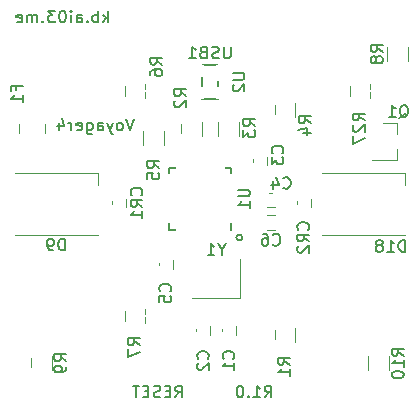
<source format=gbo>
%TF.GenerationSoftware,KiCad,Pcbnew,(5.0.0)*%
%TF.CreationDate,2019-01-27T02:24:25-08:00*%
%TF.ProjectId,Voyager4,566F7961676572342E6B696361645F70,rev?*%
%TF.SameCoordinates,Original*%
%TF.FileFunction,Legend,Bot*%
%TF.FilePolarity,Positive*%
%FSLAX46Y46*%
G04 Gerber Fmt 4.6, Leading zero omitted, Abs format (unit mm)*
G04 Created by KiCad (PCBNEW (5.0.0)) date 01/27/19 02:24:25*
%MOMM*%
%LPD*%
G01*
G04 APERTURE LIST*
%ADD10C,0.150000*%
%ADD11C,0.200000*%
%ADD12C,0.120000*%
%ADD13C,2.650000*%
%ADD14C,2.650000*%
%ADD15C,4.387800*%
%ADD16C,2.305000*%
%ADD17R,2.305000X2.305000*%
%ADD18C,2.150000*%
%ADD19R,1.150000X1.200000*%
%ADD20R,1.200000X1.150000*%
%ADD21R,2.000000X1.400000*%
%ADD22R,2.430000X1.540000*%
%ADD23R,1.300000X1.200000*%
%ADD24R,1.700000X1.100000*%
%ADD25R,2.125000X2.125000*%
%ADD26R,1.100000X0.650000*%
%ADD27R,0.650000X1.100000*%
%ADD28R,1.100000X1.000000*%
%ADD29R,1.100000X1.400000*%
%ADD30O,1.400000X2.000000*%
%ADD31O,1.400000X2.500000*%
%ADD32C,1.050000*%
%ADD33R,0.700000X1.850000*%
%ADD34R,1.000000X1.850000*%
%ADD35R,1.800000X1.600000*%
%ADD36R,1.900000X1.900000*%
G04 APERTURE END LIST*
D10*
X61832714Y-41997380D02*
X61499380Y-42997380D01*
X61166047Y-41997380D01*
X60689857Y-42997380D02*
X60785095Y-42949761D01*
X60832714Y-42902142D01*
X60880333Y-42806904D01*
X60880333Y-42521190D01*
X60832714Y-42425952D01*
X60785095Y-42378333D01*
X60689857Y-42330714D01*
X60547000Y-42330714D01*
X60451761Y-42378333D01*
X60404142Y-42425952D01*
X60356523Y-42521190D01*
X60356523Y-42806904D01*
X60404142Y-42902142D01*
X60451761Y-42949761D01*
X60547000Y-42997380D01*
X60689857Y-42997380D01*
X60023190Y-42330714D02*
X59785095Y-42997380D01*
X59547000Y-42330714D02*
X59785095Y-42997380D01*
X59880333Y-43235476D01*
X59927952Y-43283095D01*
X60023190Y-43330714D01*
X58737476Y-42997380D02*
X58737476Y-42473571D01*
X58785095Y-42378333D01*
X58880333Y-42330714D01*
X59070809Y-42330714D01*
X59166047Y-42378333D01*
X58737476Y-42949761D02*
X58832714Y-42997380D01*
X59070809Y-42997380D01*
X59166047Y-42949761D01*
X59213666Y-42854523D01*
X59213666Y-42759285D01*
X59166047Y-42664047D01*
X59070809Y-42616428D01*
X58832714Y-42616428D01*
X58737476Y-42568809D01*
X57832714Y-42330714D02*
X57832714Y-43140238D01*
X57880333Y-43235476D01*
X57927952Y-43283095D01*
X58023190Y-43330714D01*
X58166047Y-43330714D01*
X58261285Y-43283095D01*
X57832714Y-42949761D02*
X57927952Y-42997380D01*
X58118428Y-42997380D01*
X58213666Y-42949761D01*
X58261285Y-42902142D01*
X58308904Y-42806904D01*
X58308904Y-42521190D01*
X58261285Y-42425952D01*
X58213666Y-42378333D01*
X58118428Y-42330714D01*
X57927952Y-42330714D01*
X57832714Y-42378333D01*
X56975571Y-42949761D02*
X57070809Y-42997380D01*
X57261285Y-42997380D01*
X57356523Y-42949761D01*
X57404142Y-42854523D01*
X57404142Y-42473571D01*
X57356523Y-42378333D01*
X57261285Y-42330714D01*
X57070809Y-42330714D01*
X56975571Y-42378333D01*
X56927952Y-42473571D01*
X56927952Y-42568809D01*
X57404142Y-42664047D01*
X56499380Y-42997380D02*
X56499380Y-42330714D01*
X56499380Y-42521190D02*
X56451761Y-42425952D01*
X56404142Y-42378333D01*
X56308904Y-42330714D01*
X56213666Y-42330714D01*
X55451761Y-42330714D02*
X55451761Y-42997380D01*
X55689857Y-41949761D02*
X55927952Y-42664047D01*
X55308904Y-42664047D01*
X72889952Y-65603380D02*
X73223285Y-65127190D01*
X73461380Y-65603380D02*
X73461380Y-64603380D01*
X73080428Y-64603380D01*
X72985190Y-64651000D01*
X72937571Y-64698619D01*
X72889952Y-64793857D01*
X72889952Y-64936714D01*
X72937571Y-65031952D01*
X72985190Y-65079571D01*
X73080428Y-65127190D01*
X73461380Y-65127190D01*
X71937571Y-65603380D02*
X72509000Y-65603380D01*
X72223285Y-65603380D02*
X72223285Y-64603380D01*
X72318523Y-64746238D01*
X72413761Y-64841476D01*
X72509000Y-64889095D01*
X71509000Y-65508142D02*
X71461380Y-65555761D01*
X71509000Y-65603380D01*
X71556619Y-65555761D01*
X71509000Y-65508142D01*
X71509000Y-65603380D01*
X70842333Y-64603380D02*
X70747095Y-64603380D01*
X70651857Y-64651000D01*
X70604238Y-64698619D01*
X70556619Y-64793857D01*
X70509000Y-64984333D01*
X70509000Y-65222428D01*
X70556619Y-65412904D01*
X70604238Y-65508142D01*
X70651857Y-65555761D01*
X70747095Y-65603380D01*
X70842333Y-65603380D01*
X70937571Y-65555761D01*
X70985190Y-65508142D01*
X71032809Y-65412904D01*
X71080428Y-65222428D01*
X71080428Y-64984333D01*
X71032809Y-64793857D01*
X70985190Y-64698619D01*
X70937571Y-64651000D01*
X70842333Y-64603380D01*
X59586333Y-33853380D02*
X59586333Y-32853380D01*
X59491095Y-33472428D02*
X59205380Y-33853380D01*
X59205380Y-33186714D02*
X59586333Y-33567666D01*
X58776809Y-33853380D02*
X58776809Y-32853380D01*
X58776809Y-33234333D02*
X58681571Y-33186714D01*
X58491095Y-33186714D01*
X58395857Y-33234333D01*
X58348238Y-33281952D01*
X58300619Y-33377190D01*
X58300619Y-33662904D01*
X58348238Y-33758142D01*
X58395857Y-33805761D01*
X58491095Y-33853380D01*
X58681571Y-33853380D01*
X58776809Y-33805761D01*
X57872047Y-33758142D02*
X57824428Y-33805761D01*
X57872047Y-33853380D01*
X57919666Y-33805761D01*
X57872047Y-33758142D01*
X57872047Y-33853380D01*
X56967285Y-33853380D02*
X56967285Y-33329571D01*
X57014904Y-33234333D01*
X57110142Y-33186714D01*
X57300619Y-33186714D01*
X57395857Y-33234333D01*
X56967285Y-33805761D02*
X57062523Y-33853380D01*
X57300619Y-33853380D01*
X57395857Y-33805761D01*
X57443476Y-33710523D01*
X57443476Y-33615285D01*
X57395857Y-33520047D01*
X57300619Y-33472428D01*
X57062523Y-33472428D01*
X56967285Y-33424809D01*
X56491095Y-33853380D02*
X56491095Y-33186714D01*
X56491095Y-32853380D02*
X56538714Y-32901000D01*
X56491095Y-32948619D01*
X56443476Y-32901000D01*
X56491095Y-32853380D01*
X56491095Y-32948619D01*
X55824428Y-32853380D02*
X55729190Y-32853380D01*
X55633952Y-32901000D01*
X55586333Y-32948619D01*
X55538714Y-33043857D01*
X55491095Y-33234333D01*
X55491095Y-33472428D01*
X55538714Y-33662904D01*
X55586333Y-33758142D01*
X55633952Y-33805761D01*
X55729190Y-33853380D01*
X55824428Y-33853380D01*
X55919666Y-33805761D01*
X55967285Y-33758142D01*
X56014904Y-33662904D01*
X56062523Y-33472428D01*
X56062523Y-33234333D01*
X56014904Y-33043857D01*
X55967285Y-32948619D01*
X55919666Y-32901000D01*
X55824428Y-32853380D01*
X55157761Y-32853380D02*
X54538714Y-32853380D01*
X54872047Y-33234333D01*
X54729190Y-33234333D01*
X54633952Y-33281952D01*
X54586333Y-33329571D01*
X54538714Y-33424809D01*
X54538714Y-33662904D01*
X54586333Y-33758142D01*
X54633952Y-33805761D01*
X54729190Y-33853380D01*
X55014904Y-33853380D01*
X55110142Y-33805761D01*
X55157761Y-33758142D01*
X54110142Y-33758142D02*
X54062523Y-33805761D01*
X54110142Y-33853380D01*
X54157761Y-33805761D01*
X54110142Y-33758142D01*
X54110142Y-33853380D01*
X53633952Y-33853380D02*
X53633952Y-33186714D01*
X53633952Y-33281952D02*
X53586333Y-33234333D01*
X53491095Y-33186714D01*
X53348238Y-33186714D01*
X53253000Y-33234333D01*
X53205380Y-33329571D01*
X53205380Y-33853380D01*
X53205380Y-33329571D02*
X53157761Y-33234333D01*
X53062523Y-33186714D01*
X52919666Y-33186714D01*
X52824428Y-33234333D01*
X52776809Y-33329571D01*
X52776809Y-33853380D01*
X51919666Y-33805761D02*
X52014904Y-33853380D01*
X52205380Y-33853380D01*
X52300619Y-33805761D01*
X52348238Y-33710523D01*
X52348238Y-33329571D01*
X52300619Y-33234333D01*
X52205380Y-33186714D01*
X52014904Y-33186714D01*
X51919666Y-33234333D01*
X51872047Y-33329571D01*
X51872047Y-33424809D01*
X52348238Y-33520047D01*
X65333380Y-65603380D02*
X65666714Y-65127190D01*
X65904809Y-65603380D02*
X65904809Y-64603380D01*
X65523857Y-64603380D01*
X65428619Y-64651000D01*
X65381000Y-64698619D01*
X65333380Y-64793857D01*
X65333380Y-64936714D01*
X65381000Y-65031952D01*
X65428619Y-65079571D01*
X65523857Y-65127190D01*
X65904809Y-65127190D01*
X64904809Y-65079571D02*
X64571476Y-65079571D01*
X64428619Y-65603380D02*
X64904809Y-65603380D01*
X64904809Y-64603380D01*
X64428619Y-64603380D01*
X64047666Y-65555761D02*
X63904809Y-65603380D01*
X63666714Y-65603380D01*
X63571476Y-65555761D01*
X63523857Y-65508142D01*
X63476238Y-65412904D01*
X63476238Y-65317666D01*
X63523857Y-65222428D01*
X63571476Y-65174809D01*
X63666714Y-65127190D01*
X63857190Y-65079571D01*
X63952428Y-65031952D01*
X64000047Y-64984333D01*
X64047666Y-64889095D01*
X64047666Y-64793857D01*
X64000047Y-64698619D01*
X63952428Y-64651000D01*
X63857190Y-64603380D01*
X63619095Y-64603380D01*
X63476238Y-64651000D01*
X63047666Y-65079571D02*
X62714333Y-65079571D01*
X62571476Y-65603380D02*
X63047666Y-65603380D01*
X63047666Y-64603380D01*
X62571476Y-64603380D01*
X62285761Y-64603380D02*
X61714333Y-64603380D01*
X62000047Y-65603380D02*
X62000047Y-64603380D01*
D11*
X70993000Y-52070000D02*
G75*
G03X70993000Y-52070000I-254000J0D01*
G01*
D12*
X69250000Y-59594000D02*
X69250000Y-60294000D01*
X70450000Y-60294000D02*
X70450000Y-59594000D01*
X68291000Y-60294000D02*
X68291000Y-59594000D01*
X67091000Y-59594000D02*
X67091000Y-60294000D01*
X71917000Y-45243000D02*
X71917000Y-45943000D01*
X73117000Y-45943000D02*
X73117000Y-45243000D01*
X73056000Y-49495000D02*
X73756000Y-49495000D01*
X73756000Y-48295000D02*
X73056000Y-48295000D01*
X65116000Y-54706000D02*
X65116000Y-54006000D01*
X63916000Y-54006000D02*
X63916000Y-54706000D01*
X73056000Y-51400000D02*
X73756000Y-51400000D01*
X73756000Y-50200000D02*
X73056000Y-50200000D01*
X61179000Y-49499000D02*
X61179000Y-48799000D01*
X59979000Y-48799000D02*
X59979000Y-49499000D01*
X75600000Y-48799000D02*
X75600000Y-49499000D01*
X76800000Y-49499000D02*
X76800000Y-48799000D01*
X58745000Y-46612500D02*
X58745000Y-47612500D01*
X51745000Y-46612500D02*
X58745000Y-46612500D01*
X51745000Y-51812500D02*
X58745000Y-51812500D01*
X77780000Y-51812500D02*
X84780000Y-51812500D01*
X77780000Y-46612500D02*
X84780000Y-46612500D01*
X84780000Y-46612500D02*
X84780000Y-47612500D01*
X54251250Y-43862500D02*
X54251250Y-41862500D01*
X52111250Y-41862500D02*
X52111250Y-43862500D01*
X84103750Y-42362000D02*
X82643750Y-42362000D01*
X84103750Y-45522000D02*
X81943750Y-45522000D01*
X84103750Y-45522000D02*
X84103750Y-44592000D01*
X84103750Y-42362000D02*
X84103750Y-43292000D01*
X73732500Y-59725000D02*
X73732500Y-60925000D01*
X75492500Y-60925000D02*
X75492500Y-59725000D01*
X67555000Y-43462500D02*
X67555000Y-42262500D01*
X65795000Y-42262500D02*
X65795000Y-43462500D01*
X68970000Y-42262500D02*
X68970000Y-43462500D01*
X70730000Y-43462500D02*
X70730000Y-42262500D01*
X73732500Y-40675000D02*
X73732500Y-41875000D01*
X75492500Y-41875000D02*
X75492500Y-40675000D01*
X64380000Y-44256250D02*
X64380000Y-43056250D01*
X62620000Y-43056250D02*
X62620000Y-44256250D01*
X62792500Y-40287500D02*
X62792500Y-39087500D01*
X61032500Y-39087500D02*
X61032500Y-40287500D01*
X61032500Y-58137500D02*
X61032500Y-59337500D01*
X62792500Y-59337500D02*
X62792500Y-58137500D01*
X85017500Y-37112500D02*
X85017500Y-35912500D01*
X83257500Y-35912500D02*
X83257500Y-37112500D01*
X53095000Y-62106250D02*
X53095000Y-63306250D01*
X54855000Y-63306250D02*
X54855000Y-62106250D01*
X81670000Y-62106250D02*
X81670000Y-63306250D01*
X83430000Y-63306250D02*
X83430000Y-62106250D01*
X81842500Y-40287500D02*
X81842500Y-39087500D01*
X80082500Y-39087500D02*
X80082500Y-40287500D01*
D10*
X70062000Y-46143000D02*
X70062000Y-46668000D01*
X64812000Y-46143000D02*
X64812000Y-46668000D01*
X64812000Y-51393000D02*
X64812000Y-50868000D01*
X70062000Y-51393000D02*
X70062000Y-50868000D01*
X64812000Y-46143000D02*
X65337000Y-46143000D01*
X64812000Y-51393000D02*
X65337000Y-51393000D01*
X70062000Y-46143000D02*
X69537000Y-46143000D01*
X68912500Y-40343750D02*
X67612500Y-40343750D01*
X68912500Y-37443750D02*
X68912500Y-40343750D01*
X67612500Y-37443750D02*
X68912500Y-37443750D01*
X67612500Y-37443750D02*
X67612500Y-40343750D01*
D12*
X70770500Y-57212500D02*
X66770500Y-57212500D01*
X70770500Y-53912500D02*
X70770500Y-57212500D01*
D10*
X70231142Y-62317333D02*
X70278761Y-62269714D01*
X70326380Y-62126857D01*
X70326380Y-62031619D01*
X70278761Y-61888761D01*
X70183523Y-61793523D01*
X70088285Y-61745904D01*
X69897809Y-61698285D01*
X69754952Y-61698285D01*
X69564476Y-61745904D01*
X69469238Y-61793523D01*
X69374000Y-61888761D01*
X69326380Y-62031619D01*
X69326380Y-62126857D01*
X69374000Y-62269714D01*
X69421619Y-62317333D01*
X70326380Y-63269714D02*
X70326380Y-62698285D01*
X70326380Y-62984000D02*
X69326380Y-62984000D01*
X69469238Y-62888761D01*
X69564476Y-62793523D01*
X69612095Y-62698285D01*
X68072142Y-62317333D02*
X68119761Y-62269714D01*
X68167380Y-62126857D01*
X68167380Y-62031619D01*
X68119761Y-61888761D01*
X68024523Y-61793523D01*
X67929285Y-61745904D01*
X67738809Y-61698285D01*
X67595952Y-61698285D01*
X67405476Y-61745904D01*
X67310238Y-61793523D01*
X67215000Y-61888761D01*
X67167380Y-62031619D01*
X67167380Y-62126857D01*
X67215000Y-62269714D01*
X67262619Y-62317333D01*
X67262619Y-62698285D02*
X67215000Y-62745904D01*
X67167380Y-62841142D01*
X67167380Y-63079238D01*
X67215000Y-63174476D01*
X67262619Y-63222095D01*
X67357857Y-63269714D01*
X67453095Y-63269714D01*
X67595952Y-63222095D01*
X68167380Y-62650666D01*
X68167380Y-63269714D01*
X74374142Y-44918333D02*
X74421761Y-44870714D01*
X74469380Y-44727857D01*
X74469380Y-44632619D01*
X74421761Y-44489761D01*
X74326523Y-44394523D01*
X74231285Y-44346904D01*
X74040809Y-44299285D01*
X73897952Y-44299285D01*
X73707476Y-44346904D01*
X73612238Y-44394523D01*
X73517000Y-44489761D01*
X73469380Y-44632619D01*
X73469380Y-44727857D01*
X73517000Y-44870714D01*
X73564619Y-44918333D01*
X73469380Y-45251666D02*
X73469380Y-45870714D01*
X73850333Y-45537380D01*
X73850333Y-45680238D01*
X73897952Y-45775476D01*
X73945571Y-45823095D01*
X74040809Y-45870714D01*
X74278904Y-45870714D01*
X74374142Y-45823095D01*
X74421761Y-45775476D01*
X74469380Y-45680238D01*
X74469380Y-45394523D01*
X74421761Y-45299285D01*
X74374142Y-45251666D01*
X74461666Y-47855142D02*
X74509285Y-47902761D01*
X74652142Y-47950380D01*
X74747380Y-47950380D01*
X74890238Y-47902761D01*
X74985476Y-47807523D01*
X75033095Y-47712285D01*
X75080714Y-47521809D01*
X75080714Y-47378952D01*
X75033095Y-47188476D01*
X74985476Y-47093238D01*
X74890238Y-46998000D01*
X74747380Y-46950380D01*
X74652142Y-46950380D01*
X74509285Y-46998000D01*
X74461666Y-47045619D01*
X73604523Y-47283714D02*
X73604523Y-47950380D01*
X73842619Y-46902761D02*
X74080714Y-47617047D01*
X73461666Y-47617047D01*
X64873142Y-56602333D02*
X64920761Y-56554714D01*
X64968380Y-56411857D01*
X64968380Y-56316619D01*
X64920761Y-56173761D01*
X64825523Y-56078523D01*
X64730285Y-56030904D01*
X64539809Y-55983285D01*
X64396952Y-55983285D01*
X64206476Y-56030904D01*
X64111238Y-56078523D01*
X64016000Y-56173761D01*
X63968380Y-56316619D01*
X63968380Y-56411857D01*
X64016000Y-56554714D01*
X64063619Y-56602333D01*
X63968380Y-57507095D02*
X63968380Y-57030904D01*
X64444571Y-56983285D01*
X64396952Y-57030904D01*
X64349333Y-57126142D01*
X64349333Y-57364238D01*
X64396952Y-57459476D01*
X64444571Y-57507095D01*
X64539809Y-57554714D01*
X64777904Y-57554714D01*
X64873142Y-57507095D01*
X64920761Y-57459476D01*
X64968380Y-57364238D01*
X64968380Y-57126142D01*
X64920761Y-57030904D01*
X64873142Y-56983285D01*
X73572666Y-52657142D02*
X73620285Y-52704761D01*
X73763142Y-52752380D01*
X73858380Y-52752380D01*
X74001238Y-52704761D01*
X74096476Y-52609523D01*
X74144095Y-52514285D01*
X74191714Y-52323809D01*
X74191714Y-52180952D01*
X74144095Y-51990476D01*
X74096476Y-51895238D01*
X74001238Y-51800000D01*
X73858380Y-51752380D01*
X73763142Y-51752380D01*
X73620285Y-51800000D01*
X73572666Y-51847619D01*
X72715523Y-51752380D02*
X72906000Y-51752380D01*
X73001238Y-51800000D01*
X73048857Y-51847619D01*
X73144095Y-51990476D01*
X73191714Y-52180952D01*
X73191714Y-52561904D01*
X73144095Y-52657142D01*
X73096476Y-52704761D01*
X73001238Y-52752380D01*
X72810761Y-52752380D01*
X72715523Y-52704761D01*
X72667904Y-52657142D01*
X72620285Y-52561904D01*
X72620285Y-52323809D01*
X72667904Y-52228571D01*
X72715523Y-52180952D01*
X72810761Y-52133333D01*
X73001238Y-52133333D01*
X73096476Y-52180952D01*
X73144095Y-52228571D01*
X73191714Y-52323809D01*
X62436142Y-48482333D02*
X62483761Y-48434714D01*
X62531380Y-48291857D01*
X62531380Y-48196619D01*
X62483761Y-48053761D01*
X62388523Y-47958523D01*
X62293285Y-47910904D01*
X62102809Y-47863285D01*
X61959952Y-47863285D01*
X61769476Y-47910904D01*
X61674238Y-47958523D01*
X61579000Y-48053761D01*
X61531380Y-48196619D01*
X61531380Y-48291857D01*
X61579000Y-48434714D01*
X61626619Y-48482333D01*
X62531380Y-49482333D02*
X62055190Y-49149000D01*
X62531380Y-48910904D02*
X61531380Y-48910904D01*
X61531380Y-49291857D01*
X61579000Y-49387095D01*
X61626619Y-49434714D01*
X61721857Y-49482333D01*
X61864714Y-49482333D01*
X61959952Y-49434714D01*
X62007571Y-49387095D01*
X62055190Y-49291857D01*
X62055190Y-48910904D01*
X62531380Y-50434714D02*
X62531380Y-49863285D01*
X62531380Y-50149000D02*
X61531380Y-50149000D01*
X61674238Y-50053761D01*
X61769476Y-49958523D01*
X61817095Y-49863285D01*
X76557142Y-51403333D02*
X76604761Y-51355714D01*
X76652380Y-51212857D01*
X76652380Y-51117619D01*
X76604761Y-50974761D01*
X76509523Y-50879523D01*
X76414285Y-50831904D01*
X76223809Y-50784285D01*
X76080952Y-50784285D01*
X75890476Y-50831904D01*
X75795238Y-50879523D01*
X75700000Y-50974761D01*
X75652380Y-51117619D01*
X75652380Y-51212857D01*
X75700000Y-51355714D01*
X75747619Y-51403333D01*
X76652380Y-52403333D02*
X76176190Y-52070000D01*
X76652380Y-51831904D02*
X75652380Y-51831904D01*
X75652380Y-52212857D01*
X75700000Y-52308095D01*
X75747619Y-52355714D01*
X75842857Y-52403333D01*
X75985714Y-52403333D01*
X76080952Y-52355714D01*
X76128571Y-52308095D01*
X76176190Y-52212857D01*
X76176190Y-51831904D01*
X75747619Y-52784285D02*
X75700000Y-52831904D01*
X75652380Y-52927142D01*
X75652380Y-53165238D01*
X75700000Y-53260476D01*
X75747619Y-53308095D01*
X75842857Y-53355714D01*
X75938095Y-53355714D01*
X76080952Y-53308095D01*
X76652380Y-52736666D01*
X76652380Y-53355714D01*
X55983095Y-53164880D02*
X55983095Y-52164880D01*
X55745000Y-52164880D01*
X55602142Y-52212500D01*
X55506904Y-52307738D01*
X55459285Y-52402976D01*
X55411666Y-52593452D01*
X55411666Y-52736309D01*
X55459285Y-52926785D01*
X55506904Y-53022023D01*
X55602142Y-53117261D01*
X55745000Y-53164880D01*
X55983095Y-53164880D01*
X54935476Y-53164880D02*
X54745000Y-53164880D01*
X54649761Y-53117261D01*
X54602142Y-53069642D01*
X54506904Y-52926785D01*
X54459285Y-52736309D01*
X54459285Y-52355357D01*
X54506904Y-52260119D01*
X54554523Y-52212500D01*
X54649761Y-52164880D01*
X54840238Y-52164880D01*
X54935476Y-52212500D01*
X54983095Y-52260119D01*
X55030714Y-52355357D01*
X55030714Y-52593452D01*
X54983095Y-52688690D01*
X54935476Y-52736309D01*
X54840238Y-52783928D01*
X54649761Y-52783928D01*
X54554523Y-52736309D01*
X54506904Y-52688690D01*
X54459285Y-52593452D01*
X84780285Y-53284380D02*
X84780285Y-52284380D01*
X84542190Y-52284380D01*
X84399333Y-52332000D01*
X84304095Y-52427238D01*
X84256476Y-52522476D01*
X84208857Y-52712952D01*
X84208857Y-52855809D01*
X84256476Y-53046285D01*
X84304095Y-53141523D01*
X84399333Y-53236761D01*
X84542190Y-53284380D01*
X84780285Y-53284380D01*
X83256476Y-53284380D02*
X83827904Y-53284380D01*
X83542190Y-53284380D02*
X83542190Y-52284380D01*
X83637428Y-52427238D01*
X83732666Y-52522476D01*
X83827904Y-52570095D01*
X82685047Y-52712952D02*
X82780285Y-52665333D01*
X82827904Y-52617714D01*
X82875523Y-52522476D01*
X82875523Y-52474857D01*
X82827904Y-52379619D01*
X82780285Y-52332000D01*
X82685047Y-52284380D01*
X82494571Y-52284380D01*
X82399333Y-52332000D01*
X82351714Y-52379619D01*
X82304095Y-52474857D01*
X82304095Y-52522476D01*
X82351714Y-52617714D01*
X82399333Y-52665333D01*
X82494571Y-52712952D01*
X82685047Y-52712952D01*
X82780285Y-52760571D01*
X82827904Y-52808190D01*
X82875523Y-52903428D01*
X82875523Y-53093904D01*
X82827904Y-53189142D01*
X82780285Y-53236761D01*
X82685047Y-53284380D01*
X82494571Y-53284380D01*
X82399333Y-53236761D01*
X82351714Y-53189142D01*
X82304095Y-53093904D01*
X82304095Y-52903428D01*
X82351714Y-52808190D01*
X82399333Y-52760571D01*
X82494571Y-52712952D01*
X51871571Y-39544666D02*
X51871571Y-39211333D01*
X52395380Y-39211333D02*
X51395380Y-39211333D01*
X51395380Y-39687523D01*
X52395380Y-40592285D02*
X52395380Y-40020857D01*
X52395380Y-40306571D02*
X51395380Y-40306571D01*
X51538238Y-40211333D01*
X51633476Y-40116095D01*
X51681095Y-40020857D01*
X84296238Y-41949619D02*
X84391476Y-41902000D01*
X84486714Y-41806761D01*
X84629571Y-41663904D01*
X84724809Y-41616285D01*
X84820047Y-41616285D01*
X84772428Y-41854380D02*
X84867666Y-41806761D01*
X84962904Y-41711523D01*
X85010523Y-41521047D01*
X85010523Y-41187714D01*
X84962904Y-40997238D01*
X84867666Y-40902000D01*
X84772428Y-40854380D01*
X84581952Y-40854380D01*
X84486714Y-40902000D01*
X84391476Y-40997238D01*
X84343857Y-41187714D01*
X84343857Y-41521047D01*
X84391476Y-41711523D01*
X84486714Y-41806761D01*
X84581952Y-41854380D01*
X84772428Y-41854380D01*
X83391476Y-41854380D02*
X83962904Y-41854380D01*
X83677190Y-41854380D02*
X83677190Y-40854380D01*
X83772428Y-40997238D01*
X83867666Y-41092476D01*
X83962904Y-41140095D01*
X75001380Y-62825333D02*
X74525190Y-62492000D01*
X75001380Y-62253904D02*
X74001380Y-62253904D01*
X74001380Y-62634857D01*
X74049000Y-62730095D01*
X74096619Y-62777714D01*
X74191857Y-62825333D01*
X74334714Y-62825333D01*
X74429952Y-62777714D01*
X74477571Y-62730095D01*
X74525190Y-62634857D01*
X74525190Y-62253904D01*
X75001380Y-63777714D02*
X75001380Y-63206285D01*
X75001380Y-63492000D02*
X74001380Y-63492000D01*
X74144238Y-63396761D01*
X74239476Y-63301523D01*
X74287095Y-63206285D01*
X66238380Y-40092333D02*
X65762190Y-39759000D01*
X66238380Y-39520904D02*
X65238380Y-39520904D01*
X65238380Y-39901857D01*
X65286000Y-39997095D01*
X65333619Y-40044714D01*
X65428857Y-40092333D01*
X65571714Y-40092333D01*
X65666952Y-40044714D01*
X65714571Y-39997095D01*
X65762190Y-39901857D01*
X65762190Y-39520904D01*
X65333619Y-40473285D02*
X65286000Y-40520904D01*
X65238380Y-40616142D01*
X65238380Y-40854238D01*
X65286000Y-40949476D01*
X65333619Y-40997095D01*
X65428857Y-41044714D01*
X65524095Y-41044714D01*
X65666952Y-40997095D01*
X66238380Y-40425666D01*
X66238380Y-41044714D01*
X72080380Y-42632333D02*
X71604190Y-42299000D01*
X72080380Y-42060904D02*
X71080380Y-42060904D01*
X71080380Y-42441857D01*
X71128000Y-42537095D01*
X71175619Y-42584714D01*
X71270857Y-42632333D01*
X71413714Y-42632333D01*
X71508952Y-42584714D01*
X71556571Y-42537095D01*
X71604190Y-42441857D01*
X71604190Y-42060904D01*
X71080380Y-42965666D02*
X71080380Y-43584714D01*
X71461333Y-43251380D01*
X71461333Y-43394238D01*
X71508952Y-43489476D01*
X71556571Y-43537095D01*
X71651809Y-43584714D01*
X71889904Y-43584714D01*
X71985142Y-43537095D01*
X72032761Y-43489476D01*
X72080380Y-43394238D01*
X72080380Y-43108523D01*
X72032761Y-43013285D01*
X71985142Y-42965666D01*
X76779380Y-42378333D02*
X76303190Y-42045000D01*
X76779380Y-41806904D02*
X75779380Y-41806904D01*
X75779380Y-42187857D01*
X75827000Y-42283095D01*
X75874619Y-42330714D01*
X75969857Y-42378333D01*
X76112714Y-42378333D01*
X76207952Y-42330714D01*
X76255571Y-42283095D01*
X76303190Y-42187857D01*
X76303190Y-41806904D01*
X76112714Y-43235476D02*
X76779380Y-43235476D01*
X75731761Y-42997380D02*
X76446047Y-42759285D01*
X76446047Y-43378333D01*
X63952380Y-46188333D02*
X63476190Y-45855000D01*
X63952380Y-45616904D02*
X62952380Y-45616904D01*
X62952380Y-45997857D01*
X63000000Y-46093095D01*
X63047619Y-46140714D01*
X63142857Y-46188333D01*
X63285714Y-46188333D01*
X63380952Y-46140714D01*
X63428571Y-46093095D01*
X63476190Y-45997857D01*
X63476190Y-45616904D01*
X62952380Y-47093095D02*
X62952380Y-46616904D01*
X63428571Y-46569285D01*
X63380952Y-46616904D01*
X63333333Y-46712142D01*
X63333333Y-46950238D01*
X63380952Y-47045476D01*
X63428571Y-47093095D01*
X63523809Y-47140714D01*
X63761904Y-47140714D01*
X63857142Y-47093095D01*
X63904761Y-47045476D01*
X63952380Y-46950238D01*
X63952380Y-46712142D01*
X63904761Y-46616904D01*
X63857142Y-46569285D01*
X64206380Y-37425333D02*
X63730190Y-37092000D01*
X64206380Y-36853904D02*
X63206380Y-36853904D01*
X63206380Y-37234857D01*
X63254000Y-37330095D01*
X63301619Y-37377714D01*
X63396857Y-37425333D01*
X63539714Y-37425333D01*
X63634952Y-37377714D01*
X63682571Y-37330095D01*
X63730190Y-37234857D01*
X63730190Y-36853904D01*
X63206380Y-38282476D02*
X63206380Y-38092000D01*
X63254000Y-37996761D01*
X63301619Y-37949142D01*
X63444476Y-37853904D01*
X63634952Y-37806285D01*
X64015904Y-37806285D01*
X64111142Y-37853904D01*
X64158761Y-37901523D01*
X64206380Y-37996761D01*
X64206380Y-38187238D01*
X64158761Y-38282476D01*
X64111142Y-38330095D01*
X64015904Y-38377714D01*
X63777809Y-38377714D01*
X63682571Y-38330095D01*
X63634952Y-38282476D01*
X63587333Y-38187238D01*
X63587333Y-37996761D01*
X63634952Y-37901523D01*
X63682571Y-37853904D01*
X63777809Y-37806285D01*
X62301380Y-61174333D02*
X61825190Y-60841000D01*
X62301380Y-60602904D02*
X61301380Y-60602904D01*
X61301380Y-60983857D01*
X61349000Y-61079095D01*
X61396619Y-61126714D01*
X61491857Y-61174333D01*
X61634714Y-61174333D01*
X61729952Y-61126714D01*
X61777571Y-61079095D01*
X61825190Y-60983857D01*
X61825190Y-60602904D01*
X61301380Y-61507666D02*
X61301380Y-62174333D01*
X62301380Y-61745761D01*
X82875380Y-36345833D02*
X82399190Y-36012500D01*
X82875380Y-35774404D02*
X81875380Y-35774404D01*
X81875380Y-36155357D01*
X81923000Y-36250595D01*
X81970619Y-36298214D01*
X82065857Y-36345833D01*
X82208714Y-36345833D01*
X82303952Y-36298214D01*
X82351571Y-36250595D01*
X82399190Y-36155357D01*
X82399190Y-35774404D01*
X82303952Y-36917261D02*
X82256333Y-36822023D01*
X82208714Y-36774404D01*
X82113476Y-36726785D01*
X82065857Y-36726785D01*
X81970619Y-36774404D01*
X81923000Y-36822023D01*
X81875380Y-36917261D01*
X81875380Y-37107738D01*
X81923000Y-37202976D01*
X81970619Y-37250595D01*
X82065857Y-37298214D01*
X82113476Y-37298214D01*
X82208714Y-37250595D01*
X82256333Y-37202976D01*
X82303952Y-37107738D01*
X82303952Y-36917261D01*
X82351571Y-36822023D01*
X82399190Y-36774404D01*
X82494428Y-36726785D01*
X82684904Y-36726785D01*
X82780142Y-36774404D01*
X82827761Y-36822023D01*
X82875380Y-36917261D01*
X82875380Y-37107738D01*
X82827761Y-37202976D01*
X82780142Y-37250595D01*
X82684904Y-37298214D01*
X82494428Y-37298214D01*
X82399190Y-37250595D01*
X82351571Y-37202976D01*
X82303952Y-37107738D01*
X56077380Y-62539583D02*
X55601190Y-62206250D01*
X56077380Y-61968154D02*
X55077380Y-61968154D01*
X55077380Y-62349107D01*
X55125000Y-62444345D01*
X55172619Y-62491964D01*
X55267857Y-62539583D01*
X55410714Y-62539583D01*
X55505952Y-62491964D01*
X55553571Y-62444345D01*
X55601190Y-62349107D01*
X55601190Y-61968154D01*
X56077380Y-63015773D02*
X56077380Y-63206250D01*
X56029761Y-63301488D01*
X55982142Y-63349107D01*
X55839285Y-63444345D01*
X55648809Y-63491964D01*
X55267857Y-63491964D01*
X55172619Y-63444345D01*
X55125000Y-63396726D01*
X55077380Y-63301488D01*
X55077380Y-63111011D01*
X55125000Y-63015773D01*
X55172619Y-62968154D01*
X55267857Y-62920535D01*
X55505952Y-62920535D01*
X55601190Y-62968154D01*
X55648809Y-63015773D01*
X55696428Y-63111011D01*
X55696428Y-63301488D01*
X55648809Y-63396726D01*
X55601190Y-63444345D01*
X55505952Y-63491964D01*
X84652380Y-62063392D02*
X84176190Y-61730059D01*
X84652380Y-61491964D02*
X83652380Y-61491964D01*
X83652380Y-61872916D01*
X83700000Y-61968154D01*
X83747619Y-62015773D01*
X83842857Y-62063392D01*
X83985714Y-62063392D01*
X84080952Y-62015773D01*
X84128571Y-61968154D01*
X84176190Y-61872916D01*
X84176190Y-61491964D01*
X84652380Y-63015773D02*
X84652380Y-62444345D01*
X84652380Y-62730059D02*
X83652380Y-62730059D01*
X83795238Y-62634821D01*
X83890476Y-62539583D01*
X83938095Y-62444345D01*
X83652380Y-63634821D02*
X83652380Y-63730059D01*
X83700000Y-63825297D01*
X83747619Y-63872916D01*
X83842857Y-63920535D01*
X84033333Y-63968154D01*
X84271428Y-63968154D01*
X84461904Y-63920535D01*
X84557142Y-63872916D01*
X84604761Y-63825297D01*
X84652380Y-63730059D01*
X84652380Y-63634821D01*
X84604761Y-63539583D01*
X84557142Y-63491964D01*
X84461904Y-63444345D01*
X84271428Y-63396726D01*
X84033333Y-63396726D01*
X83842857Y-63444345D01*
X83747619Y-63491964D01*
X83700000Y-63539583D01*
X83652380Y-63634821D01*
X81351380Y-42156142D02*
X80875190Y-41822809D01*
X81351380Y-41584714D02*
X80351380Y-41584714D01*
X80351380Y-41965666D01*
X80399000Y-42060904D01*
X80446619Y-42108523D01*
X80541857Y-42156142D01*
X80684714Y-42156142D01*
X80779952Y-42108523D01*
X80827571Y-42060904D01*
X80875190Y-41965666D01*
X80875190Y-41584714D01*
X80446619Y-42537095D02*
X80399000Y-42584714D01*
X80351380Y-42679952D01*
X80351380Y-42918047D01*
X80399000Y-43013285D01*
X80446619Y-43060904D01*
X80541857Y-43108523D01*
X80637095Y-43108523D01*
X80779952Y-43060904D01*
X81351380Y-42489476D01*
X81351380Y-43108523D01*
X80351380Y-43441857D02*
X80351380Y-44108523D01*
X81351380Y-43679952D01*
X70639380Y-48006095D02*
X71448904Y-48006095D01*
X71544142Y-48053714D01*
X71591761Y-48101333D01*
X71639380Y-48196571D01*
X71639380Y-48387047D01*
X71591761Y-48482285D01*
X71544142Y-48529904D01*
X71448904Y-48577523D01*
X70639380Y-48577523D01*
X71639380Y-49577523D02*
X71639380Y-49006095D01*
X71639380Y-49291809D02*
X70639380Y-49291809D01*
X70782238Y-49196571D01*
X70877476Y-49101333D01*
X70925095Y-49006095D01*
X70164880Y-38131845D02*
X70974404Y-38131845D01*
X71069642Y-38179464D01*
X71117261Y-38227083D01*
X71164880Y-38322321D01*
X71164880Y-38512797D01*
X71117261Y-38608035D01*
X71069642Y-38655654D01*
X70974404Y-38703273D01*
X70164880Y-38703273D01*
X70260119Y-39131845D02*
X70212500Y-39179464D01*
X70164880Y-39274702D01*
X70164880Y-39512797D01*
X70212500Y-39608035D01*
X70260119Y-39655654D01*
X70355357Y-39703273D01*
X70450595Y-39703273D01*
X70593452Y-39655654D01*
X71164880Y-39084226D01*
X71164880Y-39703273D01*
X70000595Y-35901380D02*
X70000595Y-36710904D01*
X69952976Y-36806142D01*
X69905357Y-36853761D01*
X69810119Y-36901380D01*
X69619642Y-36901380D01*
X69524404Y-36853761D01*
X69476785Y-36806142D01*
X69429166Y-36710904D01*
X69429166Y-35901380D01*
X69000595Y-36853761D02*
X68857738Y-36901380D01*
X68619642Y-36901380D01*
X68524404Y-36853761D01*
X68476785Y-36806142D01*
X68429166Y-36710904D01*
X68429166Y-36615666D01*
X68476785Y-36520428D01*
X68524404Y-36472809D01*
X68619642Y-36425190D01*
X68810119Y-36377571D01*
X68905357Y-36329952D01*
X68952976Y-36282333D01*
X69000595Y-36187095D01*
X69000595Y-36091857D01*
X68952976Y-35996619D01*
X68905357Y-35949000D01*
X68810119Y-35901380D01*
X68572023Y-35901380D01*
X68429166Y-35949000D01*
X67667261Y-36377571D02*
X67524404Y-36425190D01*
X67476785Y-36472809D01*
X67429166Y-36568047D01*
X67429166Y-36710904D01*
X67476785Y-36806142D01*
X67524404Y-36853761D01*
X67619642Y-36901380D01*
X68000595Y-36901380D01*
X68000595Y-35901380D01*
X67667261Y-35901380D01*
X67572023Y-35949000D01*
X67524404Y-35996619D01*
X67476785Y-36091857D01*
X67476785Y-36187095D01*
X67524404Y-36282333D01*
X67572023Y-36329952D01*
X67667261Y-36377571D01*
X68000595Y-36377571D01*
X66476785Y-36901380D02*
X67048214Y-36901380D01*
X66762500Y-36901380D02*
X66762500Y-35901380D01*
X66857738Y-36044238D01*
X66952976Y-36139476D01*
X67048214Y-36187095D01*
X69246690Y-53088690D02*
X69246690Y-53564880D01*
X69580023Y-52564880D02*
X69246690Y-53088690D01*
X68913357Y-52564880D01*
X68056214Y-53564880D02*
X68627642Y-53564880D01*
X68341928Y-53564880D02*
X68341928Y-52564880D01*
X68437166Y-52707738D01*
X68532404Y-52802976D01*
X68627642Y-52850595D01*
%LPC*%
D13*
X61257500Y-53947500D03*
D14*
X61237500Y-54237500D02*
X61277500Y-53657500D01*
D13*
X61277500Y-53657500D03*
X55582501Y-55467500D03*
D14*
X54927500Y-56197500D02*
X56237502Y-54737500D01*
D15*
X58737500Y-58737500D03*
D13*
X56237500Y-54737500D03*
D16*
X57467500Y-63817500D03*
D17*
X60007500Y-63817500D03*
D18*
X53657500Y-58737500D03*
X63817500Y-58737500D03*
D19*
X69850000Y-59194000D03*
X69850000Y-60694000D03*
X67691000Y-60694000D03*
X67691000Y-59194000D03*
X72517000Y-44843000D03*
X72517000Y-46343000D03*
D20*
X72656000Y-48895000D03*
X74156000Y-48895000D03*
D19*
X64516000Y-55106000D03*
X64516000Y-53606000D03*
D20*
X72656000Y-50800000D03*
X74156000Y-50800000D03*
D19*
X60579000Y-49899000D03*
X60579000Y-48399000D03*
X76200000Y-48399000D03*
X76200000Y-49899000D03*
D21*
X52745000Y-50812500D03*
X52745000Y-47612500D03*
X57745000Y-50812500D03*
X57745000Y-47612500D03*
X83780000Y-47612500D03*
X83780000Y-50812500D03*
X78780000Y-47612500D03*
X78780000Y-50812500D03*
D22*
X53181250Y-41662500D03*
X53181250Y-44062500D03*
D13*
X61257500Y-34897500D03*
D14*
X61237500Y-35187500D02*
X61277500Y-34607500D01*
D13*
X61277500Y-34607500D03*
X55582501Y-36417500D03*
D14*
X54927500Y-37147500D02*
X56237502Y-35687500D01*
D15*
X58737500Y-39687500D03*
D13*
X56237500Y-35687500D03*
D16*
X57467500Y-44767500D03*
D17*
X60007500Y-44767500D03*
D18*
X53657500Y-39687500D03*
X63817500Y-39687500D03*
X82867500Y-39687500D03*
X72707500Y-39687500D03*
D17*
X79057500Y-44767500D03*
D16*
X76517500Y-44767500D03*
D13*
X75287500Y-35687500D03*
D15*
X77787500Y-39687500D03*
D13*
X74632501Y-36417500D03*
D14*
X73977500Y-37147500D02*
X75287502Y-35687500D01*
D13*
X80327500Y-34607500D03*
X80307500Y-34897500D03*
D14*
X80287500Y-35187500D02*
X80327500Y-34607500D01*
D13*
X80307500Y-53947500D03*
D14*
X80287500Y-54237500D02*
X80327500Y-53657500D01*
D13*
X80327500Y-53657500D03*
X74632501Y-55467500D03*
D14*
X73977500Y-56197500D02*
X75287502Y-54737500D01*
D15*
X77787500Y-58737500D03*
D13*
X75287500Y-54737500D03*
D16*
X76517500Y-63817500D03*
D17*
X79057500Y-63817500D03*
D18*
X72707500Y-58737500D03*
X82867500Y-58737500D03*
D23*
X84343750Y-43942000D03*
X82343750Y-42992000D03*
X82343750Y-44892000D03*
D24*
X74612500Y-61275000D03*
X74612500Y-59375000D03*
X66675000Y-41912500D03*
X66675000Y-43812500D03*
X69850000Y-43812500D03*
X69850000Y-41912500D03*
X74612500Y-42225000D03*
X74612500Y-40325000D03*
X63500000Y-42706250D03*
X63500000Y-44606250D03*
X61912500Y-38737500D03*
X61912500Y-40637500D03*
X61912500Y-59687500D03*
X61912500Y-57787500D03*
X84137500Y-35562500D03*
X84137500Y-37462500D03*
X53975000Y-63656250D03*
X53975000Y-61756250D03*
X82550000Y-63656250D03*
X82550000Y-61756250D03*
X80962500Y-38737500D03*
X80962500Y-40637500D03*
D25*
X68299500Y-49630500D03*
X66574500Y-49630500D03*
X68299500Y-47905500D03*
X66574500Y-47905500D03*
D26*
X69837000Y-50518000D03*
X69837000Y-50018000D03*
X69837000Y-49518000D03*
X69837000Y-49018000D03*
X69837000Y-48518000D03*
X69837000Y-48018000D03*
X69837000Y-47518000D03*
X69837000Y-47018000D03*
D27*
X69187000Y-46368000D03*
X68687000Y-46368000D03*
X68187000Y-46368000D03*
X67687000Y-46368000D03*
X67187000Y-46368000D03*
X66687000Y-46368000D03*
X66187000Y-46368000D03*
X65687000Y-46368000D03*
D26*
X65037000Y-47018000D03*
X65037000Y-47518000D03*
X65037000Y-48018000D03*
X65037000Y-48518000D03*
X65037000Y-49018000D03*
X65037000Y-49518000D03*
X65037000Y-50018000D03*
X65037000Y-50518000D03*
D27*
X65687000Y-51168000D03*
X66187000Y-51168000D03*
X66687000Y-51168000D03*
X67187000Y-51168000D03*
X67687000Y-51168000D03*
X68187000Y-51168000D03*
X68687000Y-51168000D03*
X69187000Y-51168000D03*
D28*
X67262500Y-39843750D03*
X69262500Y-39843750D03*
X67262500Y-37943750D03*
D29*
X69262500Y-38143750D03*
D30*
X72582500Y-29587500D03*
X63942500Y-29587500D03*
D31*
X72582500Y-33767500D03*
X63942500Y-33767500D03*
D32*
X65372500Y-33237500D03*
X71152500Y-33237500D03*
D33*
X68012500Y-34682500D03*
X68512500Y-34682500D03*
X69012500Y-34682500D03*
X67512500Y-34682500D03*
X69512500Y-34682500D03*
X67012500Y-34682500D03*
X70012500Y-34682500D03*
X66512500Y-34682500D03*
D34*
X65812500Y-34682500D03*
X70712500Y-34682500D03*
X65037500Y-34682500D03*
X71487500Y-34682500D03*
D35*
X69870500Y-54712500D03*
X67670500Y-54712500D03*
X67670500Y-56412500D03*
X69870500Y-56412500D03*
D36*
X69112500Y-65087500D03*
X67412500Y-65087500D03*
M02*

</source>
